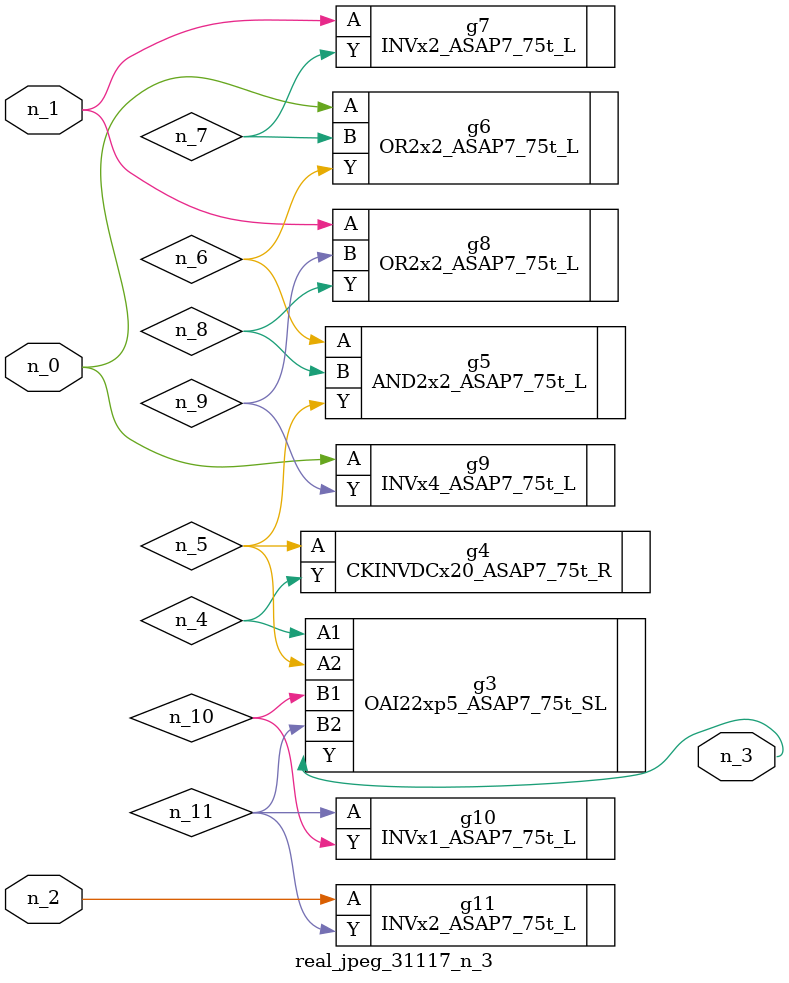
<source format=v>
module real_jpeg_31117_n_3 (n_1, n_0, n_2, n_3);

input n_1;
input n_0;
input n_2;

output n_3;

wire n_5;
wire n_4;
wire n_8;
wire n_11;
wire n_6;
wire n_7;
wire n_10;
wire n_9;

OR2x2_ASAP7_75t_L g6 ( 
.A(n_0),
.B(n_7),
.Y(n_6)
);

INVx4_ASAP7_75t_L g9 ( 
.A(n_0),
.Y(n_9)
);

INVx2_ASAP7_75t_L g7 ( 
.A(n_1),
.Y(n_7)
);

OR2x2_ASAP7_75t_L g8 ( 
.A(n_1),
.B(n_9),
.Y(n_8)
);

INVx2_ASAP7_75t_L g11 ( 
.A(n_2),
.Y(n_11)
);

OAI22xp5_ASAP7_75t_SL g3 ( 
.A1(n_4),
.A2(n_5),
.B1(n_10),
.B2(n_11),
.Y(n_3)
);

CKINVDCx20_ASAP7_75t_R g4 ( 
.A(n_5),
.Y(n_4)
);

AND2x2_ASAP7_75t_L g5 ( 
.A(n_6),
.B(n_8),
.Y(n_5)
);

INVx1_ASAP7_75t_L g10 ( 
.A(n_11),
.Y(n_10)
);


endmodule
</source>
